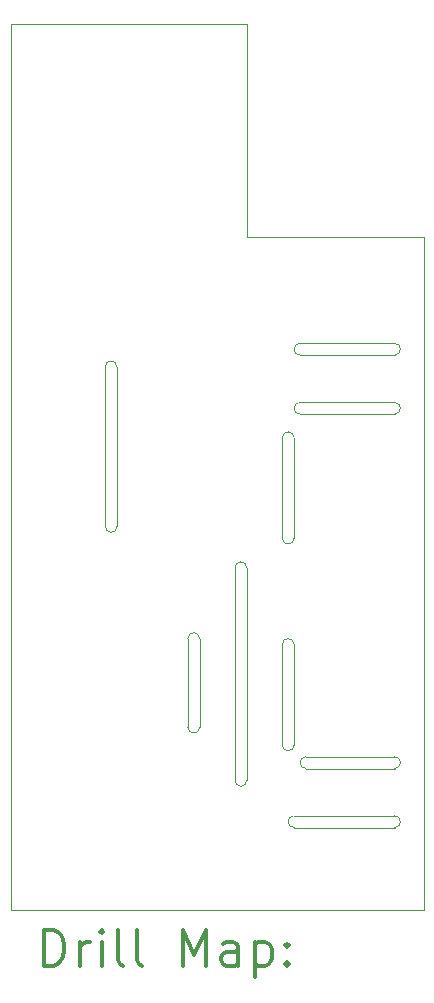
<source format=gbr>
%FSLAX45Y45*%
G04 Gerber Fmt 4.5, Leading zero omitted, Abs format (unit mm)*
G04 Created by KiCad (PCBNEW (5.1.9)-1) date 2021-04-18 13:23:44*
%MOMM*%
%LPD*%
G01*
G04 APERTURE LIST*
%TA.AperFunction,Profile*%
%ADD10C,0.050000*%
%TD*%
%ADD11C,0.200000*%
%ADD12C,0.300000*%
G04 APERTURE END LIST*
D10*
X7450000Y-10800000D02*
G75*
G02*
X7450000Y-10700000I0J50000D01*
G01*
X7450000Y-10300000D02*
G75*
G02*
X7450000Y-10200000I0J50000D01*
G01*
X8250000Y-10700000D02*
G75*
G02*
X8250000Y-10800000I0J-50000D01*
G01*
X8250000Y-10200000D02*
G75*
G02*
X8250000Y-10300000I0J-50000D01*
G01*
X7500000Y-13800000D02*
G75*
G02*
X7500000Y-13700000I0J50000D01*
G01*
X7400000Y-13600000D02*
G75*
G02*
X7300000Y-13600000I-50000J0D01*
G01*
X7400000Y-14300000D02*
G75*
G02*
X7400000Y-14200000I0J50000D01*
G01*
X8250000Y-13700000D02*
G75*
G02*
X8250000Y-13800000I0J-50000D01*
G01*
X8250000Y-14200000D02*
G75*
G02*
X8250000Y-14300000I0J-50000D01*
G01*
X8250000Y-14300000D02*
X7400000Y-14300000D01*
X7400000Y-14200000D02*
X8250000Y-14200000D01*
X8250000Y-13800000D02*
X7500000Y-13800000D01*
X7500000Y-13700000D02*
X8250000Y-13700000D01*
X8250000Y-10800000D02*
X7450000Y-10800000D01*
X7450000Y-10700000D02*
X8250000Y-10700000D01*
X8250000Y-10300000D02*
X7450000Y-10300000D01*
X7450000Y-10200000D02*
X8250000Y-10200000D01*
X5800000Y-10400000D02*
G75*
G02*
X5900000Y-10400000I50000J0D01*
G01*
X5900000Y-11750000D02*
G75*
G02*
X5800000Y-11750000I-50000J0D01*
G01*
X5900000Y-10400000D02*
X5900000Y-11750000D01*
X5800000Y-11750000D02*
X5800000Y-10400000D01*
X7300000Y-11000000D02*
G75*
G02*
X7400000Y-11000000I50000J0D01*
G01*
X7400000Y-11850000D02*
G75*
G02*
X7300000Y-11850000I-50000J0D01*
G01*
X7400000Y-11000000D02*
X7400000Y-11850000D01*
X7300000Y-11850000D02*
X7300000Y-11000000D01*
X6500000Y-12700000D02*
G75*
G02*
X6600000Y-12700000I50000J0D01*
G01*
X6600000Y-13450000D02*
G75*
G02*
X6500000Y-13450000I-50000J0D01*
G01*
X6500000Y-12700000D02*
X6500000Y-13450000D01*
X6600000Y-13450000D02*
X6600000Y-12700000D01*
X7300000Y-12750000D02*
G75*
G02*
X7400000Y-12750000I50000J0D01*
G01*
X7400000Y-13600000D02*
X7400000Y-12750000D01*
X7300000Y-13600000D02*
X7300000Y-12750000D01*
X7000000Y-13900000D02*
G75*
G02*
X6900000Y-13900000I-50000J0D01*
G01*
X6900000Y-12100000D02*
G75*
G02*
X7000000Y-12100000I50000J0D01*
G01*
X6900000Y-13900000D02*
X6900000Y-12100000D01*
X7000000Y-13900000D02*
X7000000Y-12100000D01*
X7000000Y-9300000D02*
X7000000Y-7500000D01*
X8500000Y-9300000D02*
X7000000Y-9300000D01*
X8500000Y-9500000D02*
X8500000Y-9300000D01*
X5000000Y-9500000D02*
X5000000Y-7500000D01*
X8500000Y-15000000D02*
X5000000Y-15000000D01*
X8500000Y-9500000D02*
X8500000Y-15000000D01*
X5000000Y-7500000D02*
X7000000Y-7500000D01*
X5000000Y-15000000D02*
X5000000Y-9500000D01*
D11*
D12*
X5283928Y-15468214D02*
X5283928Y-15168214D01*
X5355357Y-15168214D01*
X5398214Y-15182500D01*
X5426786Y-15211071D01*
X5441071Y-15239643D01*
X5455357Y-15296786D01*
X5455357Y-15339643D01*
X5441071Y-15396786D01*
X5426786Y-15425357D01*
X5398214Y-15453929D01*
X5355357Y-15468214D01*
X5283928Y-15468214D01*
X5583928Y-15468214D02*
X5583928Y-15268214D01*
X5583928Y-15325357D02*
X5598214Y-15296786D01*
X5612500Y-15282500D01*
X5641071Y-15268214D01*
X5669643Y-15268214D01*
X5769643Y-15468214D02*
X5769643Y-15268214D01*
X5769643Y-15168214D02*
X5755357Y-15182500D01*
X5769643Y-15196786D01*
X5783928Y-15182500D01*
X5769643Y-15168214D01*
X5769643Y-15196786D01*
X5955357Y-15468214D02*
X5926786Y-15453929D01*
X5912500Y-15425357D01*
X5912500Y-15168214D01*
X6112500Y-15468214D02*
X6083928Y-15453929D01*
X6069643Y-15425357D01*
X6069643Y-15168214D01*
X6455357Y-15468214D02*
X6455357Y-15168214D01*
X6555357Y-15382500D01*
X6655357Y-15168214D01*
X6655357Y-15468214D01*
X6926786Y-15468214D02*
X6926786Y-15311071D01*
X6912500Y-15282500D01*
X6883928Y-15268214D01*
X6826786Y-15268214D01*
X6798214Y-15282500D01*
X6926786Y-15453929D02*
X6898214Y-15468214D01*
X6826786Y-15468214D01*
X6798214Y-15453929D01*
X6783928Y-15425357D01*
X6783928Y-15396786D01*
X6798214Y-15368214D01*
X6826786Y-15353929D01*
X6898214Y-15353929D01*
X6926786Y-15339643D01*
X7069643Y-15268214D02*
X7069643Y-15568214D01*
X7069643Y-15282500D02*
X7098214Y-15268214D01*
X7155357Y-15268214D01*
X7183928Y-15282500D01*
X7198214Y-15296786D01*
X7212500Y-15325357D01*
X7212500Y-15411071D01*
X7198214Y-15439643D01*
X7183928Y-15453929D01*
X7155357Y-15468214D01*
X7098214Y-15468214D01*
X7069643Y-15453929D01*
X7341071Y-15439643D02*
X7355357Y-15453929D01*
X7341071Y-15468214D01*
X7326786Y-15453929D01*
X7341071Y-15439643D01*
X7341071Y-15468214D01*
X7341071Y-15282500D02*
X7355357Y-15296786D01*
X7341071Y-15311071D01*
X7326786Y-15296786D01*
X7341071Y-15282500D01*
X7341071Y-15311071D01*
M02*

</source>
